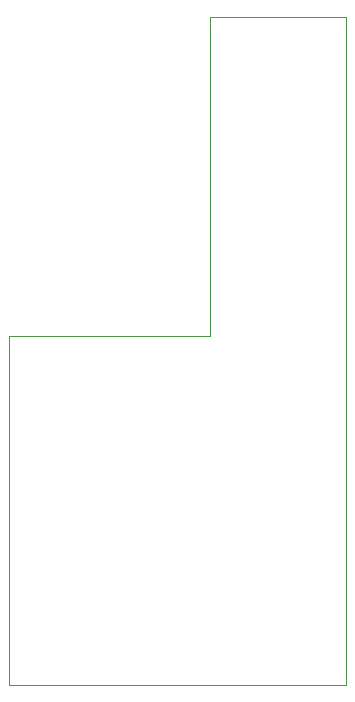
<source format=gm1>
G04 #@! TF.GenerationSoftware,KiCad,Pcbnew,5.99.0-unknown-15c4a7b06~104~ubuntu18.04.1*
G04 #@! TF.CreationDate,2020-09-30T21:22:49+01:00*
G04 #@! TF.ProjectId,nesta proto adapter,6e657374-6120-4707-926f-746f20616461,rev?*
G04 #@! TF.SameCoordinates,Original*
G04 #@! TF.FileFunction,Profile,NP*
%FSLAX46Y46*%
G04 Gerber Fmt 4.6, Leading zero omitted, Abs format (unit mm)*
G04 Created by KiCad (PCBNEW 5.99.0-unknown-15c4a7b06~104~ubuntu18.04.1) date 2020-09-30 21:22:49*
%MOMM*%
%LPD*%
G01*
G04 APERTURE LIST*
G04 #@! TA.AperFunction,Profile*
%ADD10C,0.100000*%
G04 #@! TD*
G04 APERTURE END LIST*
D10*
X115000000Y-131500000D02*
X131500000Y-131500000D01*
X115000000Y-102000000D02*
X115000000Y-131500000D01*
X132000000Y-102000000D02*
X115000000Y-102000000D01*
X132000000Y-75000000D02*
X132000000Y-102000000D01*
X131500000Y-131500000D02*
X143500000Y-131500000D01*
X143500000Y-75000000D02*
X132000000Y-75000000D01*
X143500000Y-131500000D02*
X143500000Y-75000000D01*
M02*

</source>
